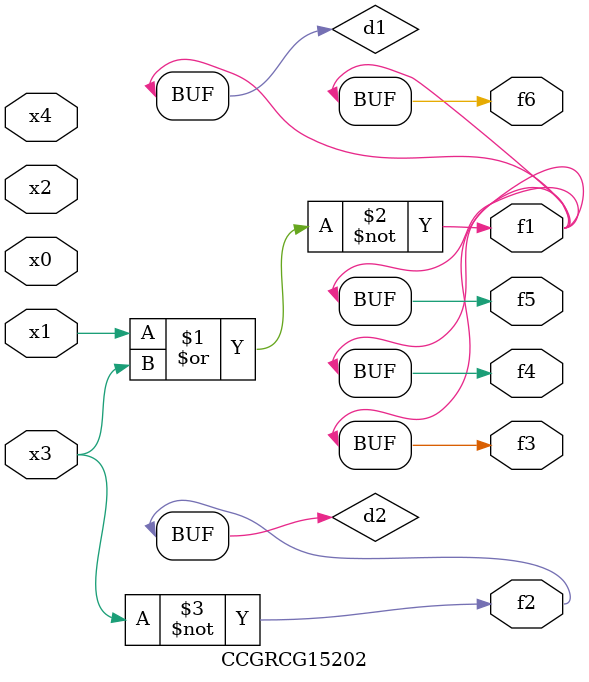
<source format=v>
module CCGRCG15202(
	input x0, x1, x2, x3, x4,
	output f1, f2, f3, f4, f5, f6
);

	wire d1, d2;

	nor (d1, x1, x3);
	not (d2, x3);
	assign f1 = d1;
	assign f2 = d2;
	assign f3 = d1;
	assign f4 = d1;
	assign f5 = d1;
	assign f6 = d1;
endmodule

</source>
